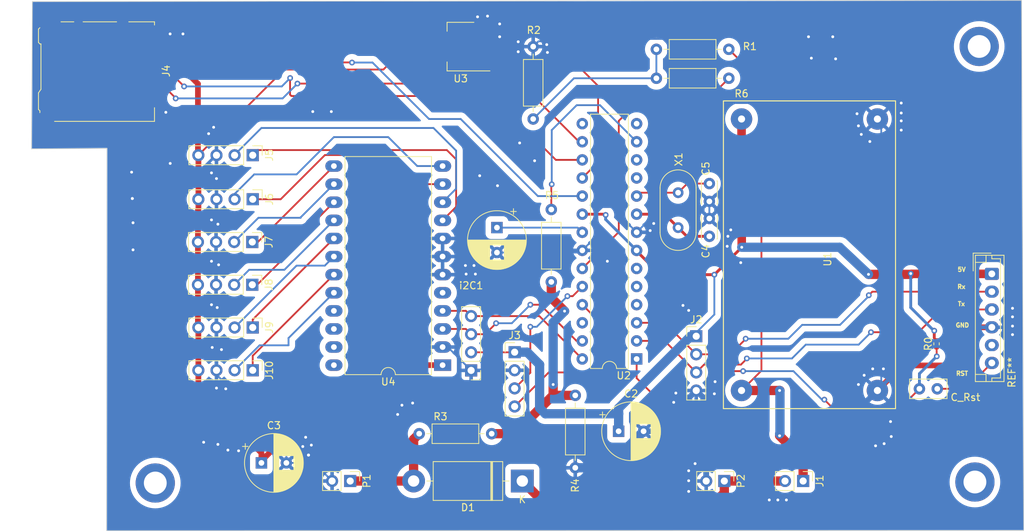
<source format=kicad_pcb>
(kicad_pcb (version 20240108) (generator "pcbnew") (generator_version "8.0")
  (layers (0 "F.Cu" signal) (31 "B.Cu" signal) (34 "B.Paste" user) (35 "F.Paste" user) (36 "B.SilkS" user "B.Silkscreen") (37 "F.SilkS" user "F.Silkscreen") (38 "B.Mask" user) (39 "F.Mask" user) (44 "Edge.Cuts" user))
  (net 0 "")
  (net 1 "GND")
  (net 2 "+5V")
  (net 3 "Net-(U2-AREF)")
  (net 4 "Net-(U2-XTAL1{slash}PB6)")
  (net 5 "Net-(U2-XTAL2{slash}PB7)")
  (net 6 "Net-(D1-A)")
  (net 7 "Net-(D1-K)")
  (net 8 "Net-(U2-PC4)")
  (net 9 "Net-(U2-PC5)")
  (net 10 "Net-(J1-Pin_1)")
  (net 11 "Net-(J2-Pin_2)")
  (net 12 "Net-(J2-Pin_3)")
  (net 13 "Net-(J3-Pin_3)")
  (net 14 "Net-(J3-Pin_4)")
  (net 16 "/CS")
  (net 17 "/MOSI")
  (net 18 "/SCLK")
  (net 19 "/MISO")
  (net 22 "Net-(J5-Pin_1)")
  (net 23 "Net-(J5-Pin_2)")
  (net 24 "Net-(J6-Pin_1)")
  (net 25 "Net-(J6-Pin_2)")
  (net 26 "Net-(J7-Pin_1)")
  (net 27 "Net-(J7-Pin_2)")
  (net 28 "Net-(J8-Pin_1)")
  (net 29 "Net-(J8-Pin_2)")
  (net 30 "Net-(J9-Pin_1)")
  (net 31 "Net-(J9-Pin_2)")
  (net 32 "Net-(J10-Pin_1)")
  (net 33 "Net-(J10-Pin_2)")
  (net 34 "Net-(U2-PD7)")
  (net 35 "Net-(U2-PC0)")
  (net 37 "Net-(R1-Pad2)")
  (net 38 "Net-(R3-Pad1)")
  (net 44 "3v3")
  (net 53 "RST")
  (net 54 "CRst_1")
  (footprint "Package_TO_SOT_SMD:SOT-223-3_TabPin2" (layer "F.Cu") (at 142.24 68.58 180)
    (property "Reference" "U3")
    (property "Value" "AMS1117-3.3")
  )
  (footprint "Resistor_THT:R_Axial_DIN0207_L6.3mm_D2.5mm_P10.16mm_Horizontal" (layer "F.Cu") (at 154.94 101.6 90)
    (property "Reference" "R5")
    (property "Value" "100")
  )
  (footprint "Connector_PinHeader_2.54mm:PinHeader_1x02_P2.54mm_Vertical" (layer "F.Cu") (at 179.197 129.54 -90)
    (property "Reference" "P2")
    (property "Value" "BATT")
  )
  (footprint "Resistor_THT:R_Axial_DIN0207_L6.3mm_D2.5mm_P10.16mm_Horizontal" (layer "F.Cu") (at 158.3 117.52 -90)
    (property "Reference" "R4")
    (property "Value" "22K")
  )
  (footprint "Connector_PinHeader_2.54mm:PinHeader_1x04_P2.54mm_Vertical" (layer "F.Cu") (at 149.8 111.46)
    (property "Reference" "J3")
    (property "Value" "AUX")
  )
  (footprint "Resistor_THT:R_Axial_DIN0207_L6.3mm_D2.5mm_P10.16mm_Horizontal" (layer "F.Cu") (at 179.832 68.961 180)
    (property "Reference" "R1")
    (property "Value" "10K")
  )
  (footprint "Connector_PinHeader_2.54mm:PinHeader_1x02_P2.54mm_Vertical" (layer "F.Cu") (at 190.246 129.54 -90)
    (property "Reference" "J1")
    (property "Value" "SWITCH")
  )
  (footprint "Capacitor_THT:C_Disc_D5.0mm_W2.5mm_P2.50mm" (layer "F.Cu") (at 206.55 116.6)
    (property "Reference" "C_Rst")
    (property "Value" "0.1uF/10V")
  )
  (footprint "Connector_PinHeader_2.54mm:PinHeader_1x04_P2.54mm_Vertical" (layer "F.Cu") (at 113.02 96 -90)
    (property "Reference" "J7")
    (property "Value" "T5")
  )
  (footprint "Connector_PinHeader_2.54mm:PinHeader_1x04_P2.54mm_Vertical" (layer "F.Cu") (at 113.08 108 -90)
    (property "Reference" "J9")
    (property "Value" "T7")
  )
  (footprint "eec:DC-DC" (layer "F.Cu") (at 191.77 99.06 90)
    (property "Reference" "U1")
    (property "Value" "DC-DC")
  )
  (footprint "Package_DIP:DIP-24_W15.24mm_LongPads" (layer "F.Cu") (at 139.7 113.281 180)
    (property "Reference" "U4")
    (property "Value" "TCA9548APWR")
  )
  (footprint "Package_DIP:DIP-28_W7.62mm" (layer "F.Cu") (at 166.904 112.416 180)
    (property "Reference" "U2")
    (property "Value" "ATmega328P-P")
  )
  (footprint "" (layer "F.Cu") (at 99.42 129.82)
    (property "Reference" "")
    (property "Value" "")
  )
  (footprint "Resistor_SMD:R_0402_1005Metric" (layer "F.Cu") (at 208.95 110.29 90)
    (property "Reference" "R0")
    (property "Value" "10k")
  )
  (footprint "Capacitor_THT:CP_Radial_D8.0mm_P3.50mm" (layer "F.Cu") (at 147.32 93.98 -90)
    (property "Reference" "C1" (hide yes))
    (property "Value" "100uF/10V")
  )
  (footprint "Connector_PinHeader_2.54mm:PinHeader_1x04_P2.54mm_Vertical" (layer "F.Cu") (at 175.26 109.22)
    (property "Reference" "J2")
    (property "Value" "RS232")
  )
  (footprint "Connector_PinHeader_2.54mm:PinHeader_1x02_P2.54mm_Vertical" (layer "F.Cu") (at 126.746 129.54 -90)
    (property "Reference" "P1")
    (property "Value" "DC IN")
  )
  (footprint "Connector_PinHeader_2.54mm:PinHeader_1x04_P2.54mm_Vertical" (layer "F.Cu") (at 113.08 83.82 -90)
    (property "Reference" "J5")
    (property "Value" "T3")
  )
  (footprint "Diode_THT:D_DO-201AD_P15.24mm_Horizontal" (layer "F.Cu") (at 150.876 129.54 180)
    (property "Reference" "D1")
    (property "Value" "1N5401")
  )
  (footprint "Connector_PinHeader_2.54mm:PinHeader_1x04_P2.54mm_Vertical" (layer "F.Cu") (at 113.08 114 -90)
    (property "Reference" "J10")
    (property "Value" "T8")
  )
  (footprint "Connector_PinHeader_2.54mm:PinHeader_1x04_P2.54mm_Vertical" (layer "F.Cu") (at 113.02 102 -90)
    (property "Reference" "J8")
    (property "Value" "T6")
  )
  (footprint "MountingHole:MountingHole_3.2mm_M3_ISO14580_Pad" (layer "F.Cu") (at 214.33 129.68)
    (property "Reference" "REF**" (hide yes))
    (property "Value" "MountingHole_3.2mm_M3_ISO14580_Pad")
  )
  (footprint "Resistor_THT:R_Axial_DIN0207_L6.3mm_D2.5mm_P10.16mm_Horizontal" (layer "F.Cu") (at 152.4 78.74 90)
    (property "Reference" "R2")
    (property "Value" "4K7")
  )
  (footprint "Resistor_THT:R_Axial_DIN0207_L6.3mm_D2.5mm_P10.16mm_Horizontal" (layer "F.Cu") (at 179.832 73.025 180)
    (property "Reference" "R6")
    (property "Value" "100")
  )
  (footprint "Capacitor_THT:CP_Radial_D8.0mm_P3.50mm" (layer "F.Cu") (at 114.3 127)
    (property "Reference" "C3")
    (property "Value" "100uF/10V")
  )
  (footprint "Capacitor_THT:C_Disc_D3.0mm_W2.0mm_P2.50mm" (layer "F.Cu") (at 177.1 87.8 -90)
    (property "Reference" "C5")
    (property "Value" "22p")
  )
  (footprint "Capacitor_THT:C_Disc_D3.0mm_W2.0mm_P2.50mm" (layer "F.Cu") (at 177.1 95.2 90)
    (property "Reference" "C4")
    (property "Value" "22p")
  )
  (footprint "Connector_Card:microSD_HC_Hirose_DM3AT-SF-PEJM5" (layer "F.Cu") (at 91.425 72.075 -90)
    (property "Reference" "J4")
    (property "Value" "Micro_SD_Card")
  )
  (footprint "Crystal:Crystal_HC18-U_Vertical" (layer "F.Cu") (at 172.72 93.98 90)
    (property "Reference" "X1")
    (property "Value" "Crystal")
  )
  (footprint "Connector_PinHeader_2.54mm:PinHeader_1x04_P2.54mm_Vertical" (layer "F.Cu") (at 143.7 114.02 180)
    (property "Reference" "i2C1")
    (property "Value" "J2")
  )
  (footprint "Connector_PinHeader_2.54mm:PinHeader_1x04_P2.54mm_Vertical" (layer "F.Cu") (at 113.08 90 -90)
    (property "Reference" "J6")
    (property "Value" "T4")
  )
  (footprint "Capacitor_THT:CP_Radial_D8.0mm_P3.50mm" (layer "F.Cu") (at 164.378 122.555)
    (property "Reference" "C2")
    (property "Value" "100uf/10V")
  )
  (footprint "Resistor_THT:R_Axial_DIN0207_L6.3mm_D2.5mm_P10.16mm_Horizontal" (layer "F.Cu") (at 146.58 122.9 180)
    (property "Reference" "R3")
    (property "Value" "33K")
  )
  (footprint "Connector_JST:JST_EH_B6B-EH-A_1x06_P2.50mm_Vertical" (layer "F.Cu") (at 216.7 100.47 -90)
    (property "Reference" "REF**")
    (property "Value" "JST_EH_B6B-EH-A_1x06_P2.50mm_Vertical" (hide yes))
  )
  (footprint "" (layer "F.Cu") (at 214.93 68.56)
    (property "Reference" "")
    (property "Value" "")
  )
  (gr_line (start 92.5925 136.51) (end 221.175 136.47) (stroke (width 0.1)) (layer "Edge.Cuts"))
  (gr_line (start 82.19 62.25) (end 82.07 82.93) (stroke (width 0.1)) (layer "Edge.Cuts"))
  (gr_line (start 92.6475 82.85) (end 92.5925 136.51) (stroke (width 0.1)) (layer "Edge.Cuts"))
  (gr_line (start 82.07 82.93) (end 92.6475 82.85) (stroke (width 0.1)) (layer "Edge.Cuts"))
  (gr_line (start 220.87 62.09) (end 82.19 62.25) (stroke (width 0.1)) (layer "Edge.Cuts"))
  (gr_line (start 221.175 136.47) (end 220.87 62.09) (stroke (width 0.1)) (layer "Edge.Cuts"))
  (gr_text "RST\n" (at 211.62 114.8 0) (layer "F.SilkS") (effects (font (size 0.6 0.6) (thickness 0.15) (bold yes)) (justify left bottom)))
  (gr_text "Tx" (at 211.86 105.04 0) (layer "F.SilkS") (effects (font (size 0.6 0.6) (thickness 0.15) (bold yes)) (justify left bottom)))
  (gr_text "GND\n" (at 211.56 108.03 0) (layer "F.SilkS") (effects (font (size 0.6 0.6) (thickness 0.15) (bold yes)) (justify left bottom)))
  (gr_text "5V\n" (at 211.83 100.21 0) (layer "F.SilkS") (effects (font (size 0.6 0.6)) (justify left bottom)))
  (gr_text "Rx" (at 211.79 102.63 0) (layer "F.SilkS") (effects (font (size 0.6 0.6)) (justify left bottom)))
  (segment (start 140.261 97.48) (end 139.7 98.041) (width 0.25) (layer "F.Cu") (net 1))
  (segment (start 100.85 81.05) (end 97.2 77.4) (width 0.4) (layer "F.Cu") (net 1))
  (segment (start 212.8 113.32) (end 212.8 108.84) (width 0.8) (layer "F.Cu") (net 1))
  (segment (start 213.67 107.97) (end 216.7 107.97) (width 0.8) (layer "F.Cu") (net 1))
  (segment (start 97.2 77.4) (end 97.2 70.25) (width 0.4) (layer "F.Cu") (net 1))
  (segment (start 200.66 116.84) (end 204.18 113.32) (width 0.8) (layer "F.Cu") (net 1))
  (segment (start 98.55 69.35) (end 99.15 69.35) (width 0.25) (layer "F.Cu") (net 1))
  (segment (start 158.98 97.48) (end 159.284 97.176) (width 0.25) (layer "F.Cu") (net 1))
  (segment (start 147.94 68.58) (end 152.4 68.58) (width 0.25) (layer "F.Cu") (net 1))
  (segment (start 98.1 69.35) (end 98.55 69.35) (width 0.4) (layer "F.Cu") (net 1))
  (segment (start 212.8 108.84) (end 213.67 107.97) (width 0.8) (layer "F.Cu") (net 1))
  (segment (start 145.39 70.88) (end 145.64 70.88) (width 0.25) (layer "F.Cu") (net 1))
  (segment (start 145.64 70.88) (end 147.94 68.58) (width 0.25) (layer "F.Cu") (net 1))
  (segment (start 101.511331 84.97271) (end 100.85 84.311379) (width 0.4) (layer "F.Cu") (net 1))
  (segment (start 97.2 70.25) (end 98.1 69.35) (width 0.4) (layer "F.Cu") (net 1))
  (segment (start 108.01 83.89) (end 107.94 83.82) (width 0.25) (layer "F.Cu") (net 1))
  (segment (start 100.85 84.311379) (end 100.85 81.05) (width 0.4) (layer "F.Cu") (net 1))
  (segment (start 204.18 113.32) (end 212.8 113.32) (width 0.8) (layer "F.Cu") (net 1))
  (via (at 219.6 109) (size 0.8) (drill 0.4) (layers "F.Cu" "B.Cu") (net 1))
  (via (at 154.3 68.3) (size 0.8) (drill 0.4) (layers "F.Cu" "B.Cu") (net 1))
  (via (at 144.6 64.4) (size 0.8) (drill 0.4) (layers "F.Cu" "B.Cu") (net 1))
  (via (at 219.6 106.5) (size 0.8) (drill 0.4) (layers "F.Cu" "B.Cu") (net 1))
  (via (at 120.9 125.9) (size 0.8) (drill 0.4) (layers "F.Cu" "B.Cu") (net 1))
  (via (at 147.4 88.1) (size 0.8) (drill 0.4) (layers "F.Cu" "B.Cu") (net 1))
  (via (at 96.3 97.1) (size 0.8) (drill 0.4) (layers "F.Cu" "B.Cu") (net 1))
  (via (at 100.9 77.8) (size 0.8) (drill 0.4) (layers "F.Cu" "B.Cu") (net 1))
  (via (at 144.9 86.7) (size 0.8) (drill 0.4) (layers "F.Cu" "B.Cu") (net 1))
  (via (at 174.2 105.6) (size 0.8) (drill 0.4) (layers "F.Cu" "B.Cu") (net 1))
  (via (at 219.6 107.8) (size 0.8) (drill 0.4) (layers "F.Cu" "B.Cu") (net 1))
  (via (at 133.4 120.2) (size 0.8) (drill 0.4) (layers "F.Cu" "B.Cu") (net 1))
  (via (at 146 64.3) (size 0.8) (drill 0.4) (layers "F.Cu" "B.Cu") (net 1))
  (via (at 101.511331 84.97271) (size 0.8) (drill 0.4) (layers "F.Cu" "B.Cu") (net 1))
  (via (at 108.2 93.5) (size 0.8) (drill 0.4) (layers "F.Cu" "B.Cu") (net 1))
  (via (at 198 116) (size 0.8) (drill 0.4) (layers "F.Cu" "B.Cu") (net 1))
  (via (at 169.3 93.4) (size 0.8) (drill 0.4) (layers "F.Cu" "B.Cu") (net 1))
  (via (at 154.4 69.4) (size 0.8) (drill 0.4) (layers "F.Cu" "B.Cu") (net 1))
  (via (at 107.3 86.3) (size 0.8) (drill 0.4) (layers "F.Cu" "B.Cu") (net 1))
  (via (at 201.5 113.8) (size 0.8) (drill 0.4) (layers "F.Cu" "B.Cu") (net 1))
  (via (at 121.3 124.5) (size 0.8) (drill 0.4) (layers "F.Cu" "B.Cu") (net 1))
  (via (at 172.1 118.5) (size 0.8) (drill 0.4) (layers "F.Cu" "B.Cu") (net 1))
  (via (at 191 67.2) (size 0.8) (drill 0.4) (layers "F.Cu" "B.Cu") (net 1))
  (via (at 173.4 104.9) (size 0.8) (drill 0.4) (layers "F.Cu" "B.Cu") (net 1))
  (via (at 162.8 98.7) (size 0.8) (drill 0.4) (layers "F.Cu" "B.Cu") (net 1))
  (via (at 174.2 128.1) (size 0.8) (drill 0.4) (layers "F.Cu" "B.Cu") (net 1))
  (via (at 142.9 99.3) (size 0.8) (drill 0.4) (layers "F.Cu" "B.Cu") (net 1))
  (via (at 201.6 124.3) (size 0.8) (drill 0.4) (layers "F.Cu" "B.Cu") (net 1))
  (via (at 174.2 131) (size 0.8) (drill 0.4) (layers "F.Cu" "B.Cu") (net 1))
  (via (at 179.7 95.2) (size 0.8) (drill 0.4) (layers "F.Cu" "B.Cu") (net 1))
  (via (at 108 87.1) (size 0.8) (drill 0.4) (layers "F.Cu" "B.Cu") (net 1))
  (via (at 199.6 81.9) (size 0.8) (drill 0.4) (layers "F.Cu" "B.Cu") (net 1))
  (via (at 120.1 124.7) (size 0.8) (drill 0.4) (layers "F.Cu" "B.Cu") (net 1))
  (via (at 202.5 121.2) (size 0.8) (drill 0.4) (layers "F.Cu" "B.Cu") (net 1))
  (via (at 150.3 69.3) (size 0.8) (drill 0.4) (layers "F.Cu" "B.Cu") (net 1))
  (via (at 174.2 129.5) (size 0.8) (drill 0.4) (layers "F.Cu" "B.Cu") (net 1))
  (via (at 134 118.9) (size 0.8) (drill 0.4) (layers "F.Cu" "B.Cu") (net 1))
  (via (at 175.1 127.1) (size 0.8) (drill 0.4) (layers "F.Cu" "B.Cu") (net 1))
  (via (at 147.7 67.2) (size 0.8) (drill 0.4) (layers "F.Cu" "B.Cu") (net 1))
  (via (at 108.7 111.1) (size 0.8) (drill 0.4) (layers "F.Cu" "B.Cu") (net 1))
  (via (at 179.6 96.6) (size 0.8) (drill 0.4) (layers "F.Cu" "B.Cu") (net 1))
  (via (at 108.1 105.2) (size 0.8) (drill 0.4) (layers "F.Cu" "B.Cu") (net 1))
  (via (at 168.8 94.4) (size 0.8) (drill 0.4) (layers "F.Cu" "B.Cu") (net 1))
  (via (at 135.5 118.6) (size 0.8) (drill 0.4) (layers "F.Cu" "B.Cu") (net 1))
  (via (at 106.2 124.1) (size 0.8) (drill 0.4) (layers "F.Cu" "B.Cu") (net 1))
  (via (at 200.4 124.6) (size 0.8) (drill 0.4) (layers "F.Cu" "B.Cu") (net 1))
  (via (at 194.8 70.3) (size 0.8) (drill 0.4) (layers "F.Cu" "B.Cu") (net 1))
  (via (at 109.6 125.2) (size 0.8) (drill 0.4) (layers "F.Cu" "B.Cu") (net 1))
  (via (at 121.5 77.7) (size 0.8) (drill 0.4) (layers "F.Cu" "B.Cu") (net 1))
  (via (at 120.5 123.4) (size 0.8) (drill 0.4) (layers "F.Cu" "B.Cu") (net 1))
  (via (at 198.4 80.9) (size 0.8) (drill 0.4) (layers "F.Cu" "B.Cu") (net 1))
  (via (at 107.3 98.7) (size 0.8) (drill 0.4) (layers "F.Cu" "B.Cu") (net 1))
  (via (at 187.9 132.2) (size 0.8) (drill 0.4) (layers "F.Cu" "B.Cu") (net 1))
  (via (at 96.2 89.9) (size 0.8) (drill 0.4) (layers "F.Cu" "B.Cu") (net 1))
  (via (at 150.5 82.1) (size 0.8) (drill 0.4) (layers "F.Cu" "B.Cu") (net 1))
  (via (at 108 116.5) (size 0.8) (drill 0.4) (layers "F.Cu" "B.Cu") (net 1))
  (via (at 204 77.9) (size 0.8) (drill 0.4) (layers "F.Cu" "B.Cu") (net 1))
  (via (at 96.1 86.2) (size 0.8) (drill 0.4) (layers "F.Cu" "B.Cu") (net 1))
  (via (at 191.4 70.2) (size 0.8) (drill 0.4) (layers "F.Cu" "B.Cu") (net 1))
  (via (at 177.9 115.6) (size 0.8) (drill 0.4) (layers "F.Cu" "B.Cu") (net 1))
  (via (at 204 80.3) (size 0.8) (drill 0.4) (layers "F.Cu" "B.Cu") (net 1))
  (via (at 197.8 78) (size 0.8) (drill 0.4) (layers "F.Cu" "B.Cu") (net 1))
  (via (at 185.5 132.2) (size 0.8) (drill 0.4) (layers "F.Cu" "B.Cu") (net 1))
  (via (at 103.3 66.8) (size 0.8) (drill 0.4) (layers "F.Cu" "B.Cu") (net 1))
  (via (at 144.1 99.3) (size 0.8) (drill 0.4) (layers "F.Cu" "B.Cu") (net 1))
  (via (at 200 113.8) (size 0.8) (drill 0.4) (layers "F.Cu" "B.Cu") (net 1))
  (via (at 107.3 104.8) (size 0.8) (drill 0.4) (layers "F.Cu" "B.Cu") (net 1))
  (via (at 204 76.5) (size 0.8) (drill 0.4) (layers "F.Cu" "B.Cu") (net 1))
  (via (at 96.2 89.9) (size 0.8) (drill 0.4) (layers "F.Cu" "B.Cu") (net 1))
  (via (at 177.8 117.3) (size 0.8) (drill 0.4) (layers "F.Cu" "B.Cu") (net 1))
  (via (at 96.3 93.3) (size 0.8) (drill 0.4) (layers "F.Cu" "B.Cu") (net 1))
  (via (at 219.6 105.3) (size 0.8) (drill 0.4) (layers "F.Cu" "B.Cu") (net 1))
  (via (at 180.1 94.3) (size 0.8) (drill 0.4) (layers "F.Cu" "B.Cu") (net 1))
  (via (at 111.1 125.3) (size 0.8) (drill 0.4) (layers "F.Cu" "B.Cu") (net 1))
  (via (at 202.6 123.3) (size 0.8) (drill 0.4) (layers "F.Cu" "B.Cu") (net 1))
  (via (at 143 100.5) (size 0.8) (drill 0.4) (layers "F.Cu" "B.Cu") (net 1))
  (via (at 101.5 66.8) (size 0.8) (drill 0.4) (layers "F.Cu" "B.Cu") (net 1))
  (via (at 172.4 117.2) (size 0.8) (drill 0.4) (layers "F.Cu" "B.Cu") (net 1))
  (via (at 124.1 77.7) (size 0.8) (drill 0.4) (layers "F.Cu" "B.Cu") (net 1))
  (via (at 181.5 98.9) (size 0.8) (drill 0.4) (layers "F.Cu" "B.Cu") (net 1))
  (via (at 109.3 116.6) (size 0.8) (drill 0.4) (layers "F.Cu" "B.Cu") (net 1))
  (via (at 204 79) (size 0.8) (drill 0.4) (layers "F.Cu" "B.Cu") (net 1))
  (via (at 198.8 114.7) (size 0.8) (drill 0.4) (layers "F.Cu" "B.Cu") (net 1))
  (via (at 186.7 132.2) (size 0.8) (drill 0.4) (layers "F.Cu" "B.Cu") (net 1))
  (via (at 107.6 79.9) (size 0.8) (drill 0.4) (layers "F.Cu" "B.Cu") (net 1))
  (via (at 150.3 67.9) (size 0.8) (drill 0.4) (layers "F.Cu" "B.Cu") (net 1))
  (via (at 144.3 100.5) (size 0.8) (drill 0.4) (layers "F.Cu" "B.Cu") (net 1))
  (via (at 120.9 125.9) (size 0.8) (drill 0.4) (layers "F.Cu" "B.Cu") (net 1))
  (via (at 108.2 124.4) (size 0.8) (drill 0.4) (layers "F.Cu" "B.Cu") (net 1))
  (via (at 198 79.7) (size 0.8) (drill 0.4) (layers "F.Cu" "B.Cu") (net 1))
  (via (at 194.4 67.2) (size 0.8) (drill 0.4) (layers "F.Cu" "B.Cu") (net 1))
  (via (at 106.9 80.8) (size 0.8) (drill 0.4) (layers "F.Cu" "B.Cu") (net 1))
  (via (at 107.4 110.8) (size 0.8) (drill 0.4) (layers "F.Cu" "B.Cu") (net 1))
  (via (at 107.3 92.9) (size 0.8) (drill 0.4) (layers "F.Cu" "B.Cu") (net 1))
  (via (at 147.7 65.4) (size 0.8) (drill 0.4) (layers "F.Cu" "B.Cu") (net 1))
  (via (at 108.3 99.2) (size 0.8) (drill 0.4) (layers "F.Cu" "B.Cu") (net 1))
  (via (at 152.6 84.6) (size 0.8) (drill 0.4) (layers "F.Cu" "B.Cu") (net 1))
  (segment (start 107.87 111.27) (end 107.87 114.474) (width 0.25) (layer "B.Cu") (net 1))
  (segment (start 102.138621 85.6) (end 106.16 85.6) (width 0.4) (layer "B.Cu") (net 1))
  (segment (start 168.7 92.84) (end 168.7 80.22) (width 0.25) (layer "B.Cu") (net 1))
  (segment (start 108.01 91.44) (end 108.01 87.689) (width 0.25) (layer "B.Cu") (net 1))
  (segment (start 176.657 129.54) (end 176.657 127.743) (width 0.8) (layer "B.Cu") (net 1))
  (segment (start 107.87 105.43) (end 107.87 110.33) (width 0.25) (layer "B.Cu") (net 1))
  (segment (start 166.904 94.636) (end 168.7 92.84) (width 0.25) (layer "B.Cu") (net 1))
  (segment (start 176.657 127.743) (end 179.419 124.981) (width 0.8) (layer "B.Cu") (net 1))
  (segment (start 107.94 101.6) (end 107.87 101.67) (width 0.25) (layer "B.Cu") (net 1))
  (segment (start 158.98 97.48) (end 159.284 97.176) (width 0.25) (layer "B.Cu") (net 1))
  (segment (start 121.666 127) (end 124.206 129.54) (width 0.25) (layer "B.Cu") (net 1))
  (segment (start 107.94 83.82) (end 108.01 83.89) (width 0.25) (layer "B.Cu") (net 1))
  (segment (start 101.538621 85) (end 102.138621 85.6) (width 0.4) (layer "B.Cu") (net 1))
  (segment (start 139.7 98.041) (end 139.7 95.501) (width 0.25) (layer "B.Cu") (net 1))
  (segment (start 162.753 127.68) (end 167.878 122.555) (width 1.3) (layer "B.Cu") (net 1))
  (segment (start 107.94 98.84) (end 107.94 96.52) (width 0.25) (layer "B.Cu") (net 1))
  (segment (start 162.1 91.1) (end 163.4 91.1) (width 0.25) (layer "B.Cu") (net 1))
  (segment (start 170.18 78.74) (end 172.42 76.5) (width 0.25) (layer "B.Cu") (net 1))
  (segment (start 163.4 91.1) (end 163.4 91.132) (width 0.25) (layer "B.Cu") (net 1))
  (segment (start 171.3 77.62) (end 170.18 78.74) (width 0.25) (layer "B.Cu") (net 1))
  (segment (start 147.32 97.48) (end 158.98 97.48) (width 0.25) (layer "B.Cu") (net 1))
  (segment (start 192.519 124.981) (end 200.66 116.84) (width 0.8) (layer "B.Cu") (net 1))
  (segment (start 108.01 87.11) (end 108 87.1) (width 0.25) (layer "B.Cu") (net 1))
  (segment (start 108.01 87.689) (end 108.01 87.11) (width 0.25) (layer "B.Cu") (net 1))
  (segment (start 169.545 122.555) (end 175.26 116.84) (width 0.8) (layer "B.Cu") (net 1))
  (segment (start 107.94 101.6) (end 107.94 99.56) (width 0.25) (layer "B.Cu") (net 1))
  (segment (start 171.3 68.2) (end 171.3 77.62) (width 0.25) (layer "B.Cu") (net 1))
  (segment (start 176.657 118.237) (end 176.657 129.54) (width 0.8) (layer "B.Cu") (net 1))
  (segment (start 152.4 68.58) (end 153.144 67.836) (width 0.25) (layer "B.Cu") (net 1))
  (segment (start 201.2 116.3) (end 200.66 116.84) (width 0.25) (layer "B.Cu") (net 1))
  (segment (start 163.4 91.132) (end 166.904 94.636) (width 0.25) (layer "B.Cu") (net 1))
  (segment (start 167.878 122.555) (end 169.545 122.555) (width 0.8) (layer "B.Cu") (net 1))
  (segment (start 198.42 76.5) (end 200.66 78.74) (width 0.25) (layer "B.Cu") (net 1))
  (segment (start 152.4 68.58) (end 151.78 68.58) (width 0.25) (layer "B.Cu") (net 1))
  (segment (start 154.3 68.3) (end 155.1 67.5) (width 0.25) (layer "B.Cu") (net 1))
  (segment (start 140.421 110.741) (end 143.7 114.02) (width 0.25) (layer "B.Cu") (net 1))
  (segment (start 172.42 76.5) (end 198.42 76.5) (width 0.25) (layer "B.Cu") (net 1))
  (segment (start 101.511331 84.97271) (end 101.538621 85) (width 0.25) (layer "B.Cu") (net 1))
  (segment (start 107.87 110.33) (end 107.4 110.8) (width 0.25) (layer "B.Cu") (net 1))
  (segment (start 153.144 67.836) (end 153.836 67.836) (width 0.25) (layer "B.Cu") (net 1))
  (segment (start 107.94 93.24) (end 107.94 91.51) (width 0.25) (layer "B.Cu") (net 1))
  (segment (start 108.1 105.2) (end 107.87 105.43) (width 0.25) (layer "B.Cu") (net 1))
  (segment (start 177.1 90.3) (end 177.1 92.7) (width 0.25) (layer "B.Cu") (net 1))
  (segment (start 109.3 116.6) (end 109.996 116.6) (width 0.25) (layer "B.Cu") (net 1))
  (segment (start 107.4 110.8) (end 107.87 111.27) (width 0.25) (layer "B.Cu") (net 1))
  (segment (start 108.3 99.2) (end 107.94 98.84) (width 0.25) (layer "B.Cu") (net 1))
  (segment (start 108.01 87.09) (end 108 87.1) (width 0.25) (layer "B.Cu") (net 1))
  (segment (start 161.4 91.8) (end 162.1 91.1) (width 0.25) (layer "B.Cu") (net 1))
  (segment (start 175.26 116.84) (end 176.657 118.237) (width 0.8) (layer "B.Cu") (net 1))
  (segment (start 201.2 79.28) (end 201.2 116.3) (width 0.25) (layer "B.Cu") (net 1))
  (segment (start 168.7 80.22) (end 170.18 78.74) (width 0.25) (layer "B.Cu") (net 1))
  (segment (start 107.87 101.67) (end 107.87 104.97) (width 0.25) (layer "B.Cu") (net 1))
  (segment (start 107.94 91.51) (end 108.01 91.44) (width 0.25) (layer "B.Cu") (net 1))
  (segment (start 149.78 114.02) (end 149.8 114) (width 0.25) (layer "B.Cu") (net 1))
  (segment (start 107.94 99.56) (end 108.3 99.2) (width 0.25) (layer "B.Cu") (net 1))
  (segment (start 139.7 100.581) (end 139.7 98.041) (width 0.25) (layer "B.Cu") (net 1))
  (segment (start 117.8 127) (end 121.666 127) (width 0.25) (layer "B.Cu") (net 1))
  (segment (start 109.996 116.6) (end 117.8 124.404) (width 0.25) (layer "B.Cu") (net 1))
  (segment (start 139.7 110.741) (end 140.421 110.741) (width 0.25) (layer "B.Cu") (net 1))
  (segment (start 161.4 95.06) (end 161.4 91.8) (width 0.25) (layer "B.Cu") (net 1))
  (segment (start 159.284 97.176) (end 161.4 95.06) (width 0.25) (layer "B.Cu") (net 1))
  (segment (start 153.836 67.836) (end 154.3 68.3) (width 0.25) (layer "B.Cu") (net 1))
  (segment (start 107.94 96.52) (end 107.94 93.76) (width 0.25) (layer "B.Cu") (net 1))
  (segment (start 179.419 124.981) (end 192.519 124.981) (width 0.8) (layer "B.Cu") (net 1))
  (segment (start 143.7 114.02) (end 149.78 114.02) (width 0.25) (layer "B.Cu") (net 1))
  (segment (start 117.8 124.404) (end 117.8 127) (width 0.25) (layer "B.Cu") (net 1))
  (segment (start 108.2 93.5) (end 107.94 93.24) (width 0.25) (layer "B.Cu") (net 1))
  (segment (start 108.01 83.89) (end 108.01 87.09) (width 0.4) (layer "B.Cu") (net 1))
  (segment (start 158.3 127.68) (end 162.753 127.68) (width 1.3) (layer "B.Cu") (net 1))
  (segment (start 107.87 104.97) (end 108.1 105.2) (width 0.25) (layer "B.Cu") (net 1))
  (segment (start 145.341 95.501) (end 147.32 97.48) (width 0.25) (layer "B.Cu") (net 1))
  (segment (start 139.7 95.501) (end 145.341 95.501) (width 0.25) (layer "B.Cu") (net 1))
  (segment (start 155.1 67.5) (end 170.6 67.5) (width 0.25) (layer "B.Cu") (net 1))
  (segment (start 109.3 115.904) (end 109.3 116.6) (width 0.25) (layer "B.Cu") (net 1))
  (segment (start 107.94 93.76) (end 108.2 93.5) (width 0.25) (layer "B.Cu") (net 1))
  (segment (start 200.66 78.74) (end 201.2 79.28) (width 0.25) (layer "B.Cu") (net 1))
  (segment (start 106.16 85.6) (end 107.94 83.82) (width 0.4) (layer "B.Cu") (net 1))
  (segment (start 107.87 114.474) (end 109.3 115.904) (width 0.25) (layer "B.Cu") (net 1))
  (segment (start 170.6 67.5) (end 171.3 68.2) (width 0.25) (layer "B.Cu") (net 1))
  (segment (start 166.904 97.176) (end 166.904 97.272629) (width 0.4) (layer "F.Cu") (net 2))
  (segment (start 166.904 97.272629) (end 170.215371 100.584) (width 0.4) (layer "F.Cu") (net 2))
  (segment (start 143.7 111.48) (end 149.78 111.48) (width 0.25) (layer "F.Cu") (net 2))
  (segment (start 149.78 111.48) (end 149.8 111.46) (width 0.25) (layer "F.Cu") (net 2))
  (segment (start 208.63 109.46) (end 208.95 109.78) (width 0.25) (layer "F.Cu") (net 2))
  (segment (start 162.454 92.096) (end 159.284 92.096) (width 0.4) (layer "F.Cu") (net 2))
  (segment (start 205.33 100.55) (end 205.33 100.43) (width 0.25) (layer "F.Cu") (net 2))
  (segment (start 205.33 100.43) (end 205.45 100.43) (width 0.25) (layer "F.Cu") (net 2))
  (segment (start 181.64 96.74) (end 181.64 96.744) (width 0.25) (layer "F.Cu") (net 2))
  (segment (start 181.59 96.79) (end 181.61 96.81) (width 0.25) (layer "F.Cu") (net 2))
  (segment (start 205.41 100.47) (end 216.7 100.47) (width 1.2) (layer "F.Cu") (net 2))
  (segment (start 181.64 96.744) (end 177.8 100.584) (width 0.4) (layer "F.Cu") (net 2))
  (segment (start 205.34 100.54) (end 205.33 100.55) (width 0.25) (layer "F.Cu") (net 2))
  (segment (start 181.61 96.81) (end 181.61 96.873878) (width 0.25) (layer "F.Cu") (net 2))
  (segment (start 205.45 100.43) (end 205.41 100.47) (width 0.25) (layer "F.Cu") (net 2))
  (segment (start 162.56 92.202) (end 162.454 92.096) (width 0.25) (layer "F.Cu") (net 2))
  (segment (start 170.215371 100.584) (end 177.8 100.584) (width 0.4) (layer "F.Cu") (net 2))
  (segment (start 181.61 78.74) (end 181.64 96.74) (width 1.2) (layer "F.Cu") (net 2))
  (segment (start 181.61 96.77) (end 181.59 96.79) (width 0.25) (layer "F.Cu") (net 2))
  (segment (start 181.64 96.74) (end 181.61 96.77) (width 0.25) (layer "F.Cu") (net 2))
  (segment (start 208.63 108.45) (end 208.63 109.46) (width 0.4) (layer "F.Cu") (net 2))
  (segment (start 205.34 100.54) (end 205.46 100.54) (width 0.25) (layer "F.Cu") (net 2))
  (segment (start 199.41 100.54) (end 205.34 100.54) (width 1.3) (layer "F.Cu") (net 2))
  (via (at 181.64 96.74) (size 0.8) (drill 0.4) (layers "F.Cu" "B.Cu") (net 2))
  (via (at 208.63 108.45) (size 0.8) (drill 0.4) (layers "F.Cu" "B.Cu") (net 2))
  (via (at 205.33 100.43) (size 0.8) (drill 0.4) (layers "F.Cu" "B.Cu") (net 2))
  (via (at 162.56 92.202) (size 0.8) (drill 0.4) (layers "F.Cu" "B.Cu") (net 2))
  (via (at 177.8 100.584) (size 0.8) (drill 0.4) (layers "F.Cu" "B.Cu") (net 2))
  (via (at 199.41 100.54) (size 0.8) (drill 0.4) (layers "F.Cu" "B.Cu") (net 2))
  (segment (start 181.64 96.74) (end 195.37 96.74) (width 1.3) (layer "B.Cu") (net 2))
  (segment (start 174.48 109.22) (end 164.378 119.322) (width 1.3) (layer "B.Cu") (net 2))
  (segment (start 208.63 108.5) (end 208.53 108.4) (width 0.25) (layer "B.Cu") (net 2))
  (segment (start 164.378 119.322) (end 164.378 120.102) (width 1.3) (layer "B.Cu") (net 2))
  (segment (start 153.3 113.2) (end 153.3 119.3) (width 1.3) (layer "B.Cu") (net 2))
  (segment (start 154.102 120.102) (end 164.378 120.102) (width 1.3) (layer "B.Cu") (net 2))
  (segment (start 162.56 92.202) (end 162.56 92.832) (width 0.4) (layer "B.Cu") (net 2))
  (segment (start 164.378 120.102) (end 164.378 122.555) (width 1.3) (layer "B.Cu") (net 2))
  (segment (start 175.26 109.22) (end 174.48 109.22) (width 1.3) (layer "B.Cu") (net 2))
  (segment (start 205.33 100.43) (end 205.33 105.2) (width 0.4) (layer "B.Cu") (net 2))
  (segment (start 151.56 111.46) (end 153.3 113.2) (width 1.3) (layer "B.Cu") (net 2))
  (segment (start 177.8 100.584) (end 177.8 106.172) (width 0.25) (layer "B.Cu") (net 2))
  (segment (start 199.41 100.54) (end 199.21 100.58) (width 0.25) (layer "B.Cu") (net 2))
  (segment (start 208.58 108.45) (end 208.63 108.45) (width 0.25) (layer "B.Cu") (net 2))
  (segment (start 162.56 92.832) (end 166.904 97.176) (width 0.4) (layer "B.Cu") (net 2))
  (segment (start 153.3 119.3) (end 154.102 120.102) (width 1.3) (layer "B.Cu") (net 2))
  (segment (start 208.63 108.45) (end 208.63 108.5) (width 0.25) (layer "B.Cu") (net 2))
  (segment (start 205.33 105.2) (end 208.58 108.45) (width 0.4) (layer "B.Cu") (net 2))
  (segment (start 149.8 111.46) (end 151.56 111.46) (width 1.3) (layer "B.Cu") (net 2))
  (segment (start 195.37 96.74) (end 199.41 100.54) (width 1.3) (layer "B.Cu") (net 2))
  (segment (start 177.8 106.172) (end 175.26 108.712) (width 0.25) (layer "B.Cu") (net 2))
  (segment (start 147.32 93.98) (end 158.628 93.98) (width 0.25) (layer "B.Cu") (net 3))
  (segment (start 158.628 93.98) (end 159.284 94.636) (width 0.25) (layer "B.Cu") (net 3))
  (segment (start 166.904 92.096) (end 170.836 92.096) (width 0.4) (layer "F.Cu") (net 4))
  (segment (start 172.72 93.98) (end 173.94 95.2) (width 0.4) (layer "F.Cu") (net 4))
  (segment (start 170.836 92.096) (end 172.72 93.98) (width 0.4) (layer "F.Cu") (net 4))
  (segment (start 173.94 95.2) (end 177.1 95.2) (width 0.4) (layer "F.Cu") (net 4))
  (segment (start 174 87.8) (end 172.72 89.08) (width 0.25) (layer "F.Cu") (net 5))
  (segment (start 167.38 89.08) (end 166.904 89.556) (width 0.25) (layer "F.Cu") (net 5))
  (segment (start 172.72 89.08) (end 167.38 89.08) (width 0.25) (layer "F.Cu") (net 5))
  (segment (start 177.1 87.8) (end 174 87.8) (width 0.25) (layer "F.Cu") (net 5))
  (segment (start 135.89 129.286) (end 135.636 129.54) (width 0.25) (layer "F.Cu") (net 6))
  (segment (start 126.746 129.54) (end 135.636 129.54) (width 1.3) (layer "F.Cu") (net 6))
  (segment (start 135.636 129.54) (end 135.636 123.684) (width 1.3) (layer "F.Cu") (net 6))
  (segment (start 135.636 123.684) (end 136.42 122.9) (width 1.3) (layer "F.Cu") (net 6))
  (segment (start 179.197 129.54) (end 187.706 129.54) (width 1.3) (layer "F.Cu") (net 7))
  (segment (start 179.197 131.203) (end 177.3 133.1) (width 1.3) (layer "F.Cu") (net 7))
  (segment (start 154.436 133.1) (end 150.876 129.54) (width 1.3) (layer "F.Cu") (net 7))
  (segment (start 179.197 129.54) (end 179.197 131.203) (width 1.3) (layer "F.Cu") (net 7))
  (segment (start 177.3 133.1) (end 154.436 133.1) (width 1.3) (layer "F.Cu") (net 7))
  (segment (start 175 132.4) (end 175.1 132.3) (width 0.25) (layer "F.Cu") (net 7))
  (segment (start 153.4 104.8) (end 158.476 109.876) (width 0.25) (layer "F.Cu") (net 8))
  (segment (start 152 104.8) (end 153.4 104.8) (width 0.25) (layer "F.Cu") (net 8))
  (segment (start 158.476 109.876) (end 159.284 109.876) (width 0.25) (layer "F.Cu") (net 8))
  (segment (start 145.66 108.94) (end 147.2 107.4) (width 0.25) (layer "F.Cu") (net 8))
  (segment (start 142.961 108.201) (end 143.7 108.94) (width 0.25) (layer "F.Cu") (net 8))
  (segment (start 143.7 108.94) (end 145.66 108.94) (width 0.25) (layer "F.Cu") (net 8))
  (segment (start 139.7 108.201) (end 142.961 108.201) (width 0.25) (layer "F.Cu") (net 8))
  (via (at 147.2 107.4) (size 0.8) (drill 0.4) (layers "F.Cu" "B.Cu") (net 8))
  (via (at 152 104.8) (size 0.8) (drill 0.4) (layers "F.Cu" "B.Cu") (net 8))
  (segment (start 149.4 107.4) (end 147.2 107.4) (width 0.25) (layer "B.Cu") (net 8))
  (segment (start 152 104.8) (end 149.4 107.4) (width 0.25) (layer "B.Cu") (net 8))
  (segment (start 153.268 106.4) (end 159.284 112.416) (width 0.25) (layer "F.Cu") (net 9))
  (segment (start 142.961 105.661) (end 143.7 106.4) (width 0.25) (layer "F.Cu") (net 9))
  (segment (start 139.7 105.661) (end 142.961 105.661) (width 0.25) (layer "F.Cu") (net 9))
  (segment (start 143.7 106.4) (end 153.268 106.4) (width 0.25) (layer "F.Cu") (net 9))
  (segment (start 190.246 126.492) (end 190.246 129.54) (width 1.3) (layer "F.Cu") (net 10))
  (segment (start 186.944 116.84) (end 181.61 116.84) (width 1.3) (layer "F.Cu") (net 10))
  (segment (start 179.832 68.961) (end 184.4 73.529) (width 0.25) (layer "F.Cu") (net 10))
  (segment (start 186.944 123.19) (end 190.246 126.492) (width 1.3) (layer "F.Cu") (net 10))
  (segment (start 184.4 114.05) (end 181.61 116.84) (width 0.25) (layer "F.Cu") (net 10))
  (segment (start 184.4 73.529) (end 184.4 114.05) (width 0.25) (layer "F.Cu") (net 10))
  (segment (start 187.003878 116.84) (end 186.944 116.84) (width 1.3) (layer "F.Cu") (net 10))
  (via (at 186.944 116.84) (size 0.8) (drill 0.4) (layers "F.Cu" "B.Cu") (net 10))
  (via (at 186.944 123.19) (size 0.8) (drill 0.4) (layers "F.Cu" "B.Cu") (net 10))
  (segment (start 186.998 116.894) (end 186.998 122.882) (width 1.3) (layer "B.Cu") (net 10))
  (segment (start 186.998 122.882) (end 186.944 122.936) (width 1.3) (layer "B.Cu") (net 10))
  (segment (start 186.944 116.84) (end 186.998 116.894) (width 1.3) (layer "B.Cu") (net 10))
  (segment (start 182.19 109.61) (end 182.19 109.57) (width 0.25) (layer "F.Cu") (net 11))
  (segment (start 180.04 111.76) (end 182.19 109.61) (width 0.25) (layer "F.Cu") (net 11))
  (segment (start 182.19 109.57) (end 182.23 109.57) (width 0.25) (layer "F.Cu") (net 11))
  (segment (start 182.23 109.57) (end 182.27 109.53) (width 0.25) (layer "F.Cu") (net 11))
  (segment (start 199.95 102.97) (end 216.7 102.97) (width 0.25) (layer "F.Cu") (net 11))
  (segment (start 170.836 107.336) (end 175.26 111.76) (width 0.25) (layer "F.Cu") (net 11))
  (segment (start 166.904 107.336) (end 170.836 107.336) (width 0.25) (layer "F.Cu") (net 11))
  (segment (start 199.45 103.47) (end 199.95 102.97) (width 0.25) (layer "F.Cu") (net 11))
  (segment (start 175.26 111.76) (end 180.04 111.76) (width 0.25) (layer "F.Cu") (net 11))
  (via (at 182.19 109.57) (size 0.8) (drill 0.4) (layers "F.Cu" "B.Cu") (net 11))
  (via (at 199.45 103.47) (size 0.8) (drill 0.4) (layers "F.Cu" "B.Cu") (net 11))
  (segment (start 195.415 107.63) (end 199.42 103.625) (width 0.25) (layer "B.Cu") (net 11))
  (segment (start 190.11 107.63) (end 195.415 107.63) (width 0.25) (layer "B.Cu") (net 11))
  (segment (start 188.17 109.57) (end 190.11 107.63) (width 0.25) (layer "B.Cu") (net 11))
  (segment (start 199.42 103.625) (end 199.42 103.495) (width 0.25) (layer "B.Cu") (net 11))
  (segment (start 182.19 109.57) (end 188.17 109.57) (width 0.25) (layer "B.Cu") (net 11))
  (segment (start 199.76 108.66) (end 206.41 108.66) (width 0.25) (layer "F.Cu") (net 12))
  (segment (start 166.904 109.876) (end 170.836 109.876) (width 0.25) (layer "F.Cu") (net 12))
  (segment (start 182.35 112.34) (end 182.39 112.34) (width 0.25) (layer "F.Cu") (net 12))
  (segment (start 170.836 109.876) (end 175.26 114.3) (width 0.25) (layer "F.Cu") (net 12))
  (segment (start 175.26 114.3) (end 176.36 113.2) (width 0.25) (layer "F.Cu") (net 12))
  (segment (start 208.98 106.09) (end 208.98 106.07) (width 0.25) (layer "F.Cu") (net 12))
  (segment (start 176.36 113.2) (end 181.53 113.2) (width 0.25) (layer "F.Cu") (net 12))
  (segment (start 206.41 108.66) (end 208.98 106.09) (width 0.25) (layer "F.Cu") (net 12))
  (segment (start 181.53 113.2) (end 182.35 112.38) (width 0.25) (layer "F.Cu") (net 12))
  (segment (start 209.58 105.47) (end 216.7 105.47) (width 0.25) (layer "F.Cu") (net 12))
  (segment (start 182.39 112.34) (end 182.39 112.34) (width 0.25) (layer "F.Cu") (net 12))
  (segment (start 208.98 106.07) (end 209.58 105.47) (width 0.25) (layer "F.Cu") (net 12))
  (segment (start 182.35 112.38) (end 182.35 112.34) (width 0.25) (layer "F.Cu") (net 12))
  (via (at 199.76 108.66) (size 0.8) (drill 0.4) (layers "F.Cu" "B.Cu") (net 12))
  (via (at 182.35 112.34) (size 0.8) (drill 0.4) (layers "F.Cu" "B.Cu") (net 12))
  (segment (start 199.77 108.66) (end 199.69 108.74) (width 0.25) (layer "B.Cu") (net 12))
  (segment (start 198.03 110.4) (end 199.76 108.67) (width 0.25) (layer "B.Cu") (net 12))
  (segment (start 199.76 108.66) (end 199.77 108.66) (width 0.25) (layer "B.Cu") (net 12))
  (segment (start 199.76 108.67) (end 199.76 108.66) (width 0.25) (layer "B.Cu") (net 12))
  (segment (start 190.62 110.4) (end 198.03 110.4) (width 0.25) (layer "B.Cu") (net 12))
  (segment (start 188.68 112.34) (end 190.62 110.4) (width 0.25) (layer "B.Cu") (net 12))
  (segment (start 182.35 112.34) (end 188.68 112.34) (width 0.25) (layer "B.Cu") (net 12))
  (segment (start 157.2 103.6) (end 157.94 103.6) (width 0.25) (layer "F.Cu") (net 13))
  (segment (start 157.94 103.6) (end 159.284 102.256) (width 0.25) (layer "F.Cu") (net 13))
  (segment (start 152 114.34) (end 149.8 116.54) (width 0.25) (layer "F.Cu") (net 13))
  (segment (start 152 107.9) (end 152 114.34) (width 0.25) (layer "F.Cu") (net 13))
  (via (at 157.2 103.6) (size 0.8) (drill 0.4) (layers "F.Cu" "B.Cu") (net 13))
  (via (at 152 107.9) (size 0.8) (drill 0.4) (layers "F.Cu" "B.Cu") (net 13))
  (segment (start 152.9 107.9) (end 157.2 103.6) (width 0.25) (layer "B.Cu") (net 13))
  (segment (start 152 107.9) (end 152.9 107.9) (width 0.25) (layer "B.Cu") (net 13))
  (segment (start 161.1 106.612) (end 159.284 104.796) (width 0.25) (layer "F.Cu") (net 14))
  (segment (start 154.58 114.3) (end 160.1 114.3) (width 0.25) (layer "F.Cu") (net 14))
  (segment (start 149.8 119.08) (end 154.58 114.3) (width 0.25) (layer "F.Cu") (net 14))
  (segment (start 161.1 113.3) (end 161.1 106.612) (width 0.25) (layer "F.Cu") (net 14))
  (segment (start 160.1 114.3) (end 161.1 113.3) (width 0.25) (layer "F.Cu") (net 14))
  (segment (start 159.284 81.936) (end 158.836 81.936) (width 0.25) (layer "F.Cu") (net 16))
  (segment (start 158.836 81.936) (end 150.67 73.77) (width 0.25) (layer "F.Cu") (net 16))
  (segment (start 119.32 73.74) (end 119.24 73.74) (width 0.25) (layer "F.Cu") (net 16))
  (segment (start 100.22 73.75) (end 102.28 75.81) (width 0.25) (layer "F.Cu") (net 16))
  (segment (start 102.32 75.85) (end 102.38 75.91) (width 0.25) (layer "F.Cu") (net 16))
  (segment (start 102.28 75.81) (end 102.28 75.85) (width 0.25) (layer "F.Cu") (net 16))
  (segment (start 99.15 73.75) (end 100.22 73.75) (width 0.25) (layer "F.Cu") (net 16))
  (segment (start 119.35 73.77) (end 119.32 73.74) (width 0.25) (layer "F.Cu") (net 16))
  (segment (start 102.28 75.85) (end 102.32 75.85) (width 0.25) (layer "F.Cu") (net 16))
  (segment (start 150.67 73.77) (end 119.35 73.77) (width 0.25) (layer "F.Cu") (net 16))
  (via (at 119.35 73.77) (size 0.8) (drill 0.4) (layers "F.Cu" "B.Cu") (net 16))
  (via (at 102.28 75.85) (size 0.8) (drill 0.4) (layers "F.Cu" "B.Cu") (net 16))
  (segment (start 117.27 75.85) (end 119.35 73.77) (width 0.25) (layer "B.Cu") (net 16))
  (segment (start 102.28 75.85) (end 117.27 75.85) (width 0.25) (layer "B.Cu") (net 16))
  (segment (start 159.284 84.476) (end 155.576 84.476) (width 0.25) (layer "F.Cu") (net 17))
  (segment (start 118.315 75.32462) (end 118.315 73.005) (width 0.25) (layer "F.Cu") (net 17))
  (segment (start 103.46 74.165305) (end 103.46 74.17) (width 0.25) (layer "F.Cu") (net 17))
  (segment (start 118.50538 75.515) (end 118.315 75.32462) (width 0.25) (layer "F.Cu") (net 17))
  (segment (start 99.15 72.65) (end 101.944695 72.65) (width 0.25) (layer "F.Cu") (net 17))
  (segment (start 146.615 75.515) (end 118.50538 75.515) (width 0.25) (layer "F.Cu") (net 17))
  (segment (start 103.464695 74.17) (end 103.524695 74.23) (width 0.25) (layer "F.Cu") (net 17))
  (segment (start 155.576 84.476) (end 146.615 75.515) (width 0.25) (layer "F.Cu") (net 17))
  (segment (start 118.315 72.975) (end 118.315 72.965) (width 0.25) (layer "F.Cu") (net 17))
  (segment (start 103.524695 74.23) (end 103.54 74.23) (width 0.25) (layer "F.Cu") (net 17))
  (segment (start 118.33 72.99) (end 118.315 72.975) (width 0.25) (layer "F.Cu") (net 17))
  (segment (start 103.46 74.17) (end 103.464695 74.17) (width 0.25) (layer "F.Cu") (net 17))
  (segment (start 118.315 73.005) (end 118.33 72.99) (width 0.25) (layer "F.Cu") (net 17))
  (segment (start 101.944695 72.65) (end 103.46 74.165305) (width 0.25) (layer "F.Cu") (net 17))
  (via (at 103.46 74.17) (size 0.8) (drill 0.4) (layers "F.Cu" "B.Cu") (net 17))
  (via (at 118.33 72.99) (size 0.8) (drill 0.4) (layers "F.Cu" "B.Cu") (net 17))
  (segment (start 103.46 74.17) (end 117.15 74.17) (width 0.25) (layer "B.Cu") (net 17))
  (segment (start 117.15 74.17) (end 118.33 72.99) (width 0.25) (layer "B.Cu") (net 17))
  (segment (start 126.9845 70.8) (end 127 70.8155) (width 0.25) (layer "F.Cu") (net 18))
  (segment (start 99.2 70.5) (end 114.7 70.5) (width 0.25) (layer "F.Cu") (net 18))
  (segment (start 115 70.8) (end 126.9845 70.8) (width 0.25) (layer "F.Cu") (net 18))
  (segment (start 114.7 70.5) (end 115 70.8) (width 0.25) (layer "F.Cu") (net 18))
  (segment (start 99.15 70.45) (end 99.2 70.5) (width 0.25) (layer "F.Cu") (net 18))
  (via (at 127 70.8155) (size 0.8) (drill 0.4) (layers "F.Cu" "B.Cu") (net 18))
  (segment (start 153.056 89.556) (end 159.284 89.556) (width 0.25) (layer "B.Cu") (net 18))
  (segment (start 127 70.8155) (end 129.871896 70.8155) (width 0.25) (layer "B.Cu") (net 18))
  (segment (start 137.796396 78.74) (end 142.24 78.74) (width 0.25) (layer "B.Cu") (net 18))
  (segment (start 129.871896 70.8155) (end 137.796396 78.74) (width 0.25) (layer "B.Cu") (net 18))
  (segment (start 142.24 78.74) (end 153.056 89.556) (width 0.25) (layer "B.Cu") (net 18))
  (segment (start 161.5 74.1) (end 161.5 77.7) (width 0.25) (layer "F.Cu") (net 19))
  (segment (start 159.284 87.016) (end 161.5 84.8) (width 0.25) (layer "F.Cu") (net 19))
  (segment (start 150.775 63.375) (end 161.5 74.1) (width 0.25) (layer "F.Cu") (net 19))
  (segment (start 119.23 68.25) (end 124.105 63.375) (width 0.25) (layer "F.Cu") (net 19))
  (segment (start 99.15 68.25) (end 119.23 68.25) (width 0.25) (layer "F.Cu") (net 19))
  (segment (start 124.105 63.375) (end 150.775 63.375) (width 0.25) (layer "F.Cu") (net 19))
  (segment (start 161.5 84.8) (end 161.5 77.7) (width 0.25) (layer "F.Cu") (net 19))
  (segment (start 141.6 91.061) (end 141.6 84.4) (width 0.25) (layer "F.Cu") (net 22))
  (segment (start 141.6 84.4) (end 140.3 83.1) (width 0.25) (layer "F.Cu") (net 22))
  (segment (start 113.8 83.1) (end 113.08 83.82) (width 0.25) (layer "F.Cu") (net 22))
  (segment (start 140.3 83.1) (end 113.8 83.1) (width 0.25) (layer "F.Cu") (net 22))
  (segment (start 139.7 92.961) (end 141.6 91.061) (width 0.25) (layer "F.Cu") (net 22))
  (segment (start 141.6 88.521) (end 139.7 90.421) (width 0.25) (layer "B.Cu") (net 23))
  (segment (start 141.6 83.18) (end 141.6 88.521) (width 0.25) (layer "B.Cu") (net 23))
  (segment (start 138.42 80) (end 141.6 83.18) (width 0.25) (layer "B.Cu") (net 23))
  (segment (start 110.48 83.82) (end 114.3 80) (width 0.25) (layer "B.Cu") (net 23))
  (segment (start 114.3 80) (end 138.42 80) (width 0.25) (layer "B.Cu") (net 23))
  (segment (start 139.7 87.881) (end 130.681 87.881) (width 0.25) (layer "F.Cu") (net 24))
  (segment (start 117 90) (end 113.08 90) (width 0.25) (layer "F.Cu") (net 24))
  (segment (start 123.2 83.8) (end 117 90) (width 0.25) (layer "F.Cu") (net 24))
  (segment (start 126.6 83.8) (end 123.2 83.8) (width 0.25) (layer "F.Cu") (net 24))
  (segment (start 130.681 87.881) (end 126.6 83.8) (width 0.25) (layer "F.Cu") (net 24))
  (segment (start 113.286 86.514) (end 110.54 89.26) (width 0.25) (layer "B.Cu") (net 25))
  (segment (start 132.08 81.28) (end 124.46 81.28) (width 0.25) (layer "B.Cu") (net 25))
  (segment (start 110.54 89.26) (end 110.54 90) (width 0.25) (layer "B.Cu") (net 25))
  (segment (start 139.7 85.341) (end 136.141 85.341) (width 0.25) (layer "B.Cu") (net 25))
  (segment (start 136.141 85.341) (end 132.08 81.28) (width 0.25) (layer "B.Cu") (net 25))
  (segment (start 119.226 86.514) (end 113.286 86.514) (width 0.25) (layer "B.Cu") (net 25))
  (segment (start 124.46 81.28) (end 119.226 86.514) (width 0.25) (layer "B.Cu") (net 25))
  (segment (start 113.801 96) (end 124.46 85.341) (width 0.25) (layer "F.Cu") (net 26))
  (segment (start 113.02 96) (end 113.801 96) (width 0.25) (layer "F.Cu") (net 26))
  (segment (start 119.8 92.6) (end 119.8 92.541) (width 0.25) (layer "B.Cu") (net 27))
  (segment (start 119.8 92.541) (end 124.46 87.881) (width 0.25) (layer "B.Cu") (net 27))
  (segment (start 113.88 92.6) (end 119.8 92.6) (width 0.25) (layer "B.Cu") (net 27))
  (segment (start 110.48 96) (end 113.88 92.6) (width 0.25) (layer "B.Cu") (net 27))
  (segment (start 118.3 96.581) (end 118.5405 96.3405) (width 0.25) (layer "F.Cu") (net 28))
  (segment (start 118.3 97.4) (end 118.3 96.581) (width 0.25) (layer "F.Cu") (net 28))
  (segment (start 118.5405 96.3405) (end 124.46 90.421) (width 0.25) (layer "F.Cu") (net 28))
  (segment (start 113.02 102) (end 113.7 102) (width 0.25) (layer "F.Cu") (net 28))
  (segment (start 113.7 102) (end 118.3 97.4) (width 0.25) (layer "F.Cu") (net 28))
  (segment (start 118.361 96.52) (end 118.5405 96.3405) (width 0.25) (layer "F.Cu") (net 28))
  (segment (start 110.48 102) (end 112.58 99.9) (width 0.25) (layer "B.Cu") (net 29))
  (segment (start 112.58 99.9) (end 117.521 99.9) (width 0.25) (layer "B.Cu") (net 29))
  (segment (start 117.521 99.9) (end 124.46 92.961) (width 0.25) (layer "B.Cu") (net 29))
  (segment (start 113.08 108) (end 113.08 106.881) (width 0.25) (layer "F.Cu") (net 30))
  (segment (start 113.08 106.881) (end 124.46 95.501) (width 0.25) (layer "F.Cu") (net 30))
  (segment (start 123.187 99.314) (end 119.226 99.314) (width 0.25) (layer "B.Cu") (net 31))
  (segment (start 123.187 99.314) (end 124.46 98.041) (width 0.25) (layer "B.Cu") (net 31))
  (segment (start 119.226 99.314) (end 110.54 108) (width 0.25) (layer "B.Cu") (net 31))
  (segment (start 113.08 114) (end 113.08 111.961) (width 0.25) (layer "F.Cu") (net 32))
  (segment (start 113.08 111.961) (end 124.46 100.581) (width 0.25) (layer "F.Cu") (net 32))
  (segment (start 114.04 110.5) (end 118.1 110.5) (width 0.25) (layer "B.Cu") (net 33))
  (segment (start 110.54 114) (end 114.04 110.5) (width 0.25) (layer "B.Cu") (net 33))
  (segment (start 118.1 110.5) (end 118.1 109.481) (width 0.25) (layer "B.Cu") (net 33))
  (segment (start 118.1 109.481) (end 124.46 103.121) (width 0.25) (layer "B.Cu") (net 33))
  (segment (start 155 87.9) (end 154.94 87.96) (width 0.25) (layer "F.Cu") (net 34))
  (segment (start 154.94 87.96) (end 154.94 91.44) (width 0.25) (layer "F.Cu") (net 34))
  (via (at 155 87.9) (size 0.8) (drill 0.4) (layers "F.Cu" "B.Cu") (net 34))
  (segment (start 155 80.3) (end 155 87.9) (width 0.25) (layer "B.Cu") (net 34))
  (segment (start 161.768 76.8) (end 158.5 76.8) (width 0.25) (layer "B.Cu") (net 34))
  (segment (start 155 87.9) (end 155 87.8) (width 0.25) (layer "B.Cu") (net 34))
  (segment (start 158.5 76.8) (end 155 80.3) (width 0.25) (layer "B.Cu") (net 34))
  (segment (start 166.904 81.936) (end 161.768 76.8) (width 0.25) (layer "B.Cu") (net 34))
  (segment (start 176.457 76.4) (end 167 76.4) (width 0.25) (layer "F.Cu") (net 35))
  (segment (start 164.4 94.6) (end 159.284 99.716) (width 0.25) (layer "F.Cu") (net 35))
  (segment (start 167 76.4) (end 164.4 79) (width 0.25) (layer "F.Cu") (net 35))
  (segment (start 179.832 73.025) (end 176.457 76.4) (width 0.25) (layer "F.Cu") (net 35))
  (segment (start 164.4 79) (end 164.4 94.6) (width 0.25) (layer "F.Cu") (net 35))
  (segment (start 158.115 73.025) (end 169.672 73.025) (width 0.25) (layer "B.Cu") (net 37))
  (segment (start 169.672 73.025) (end 169.672 68.961) (width 0.25) (layer "B.Cu") (net 37))
  (segment (start 152.4 78.74) (end 158.115 73.025) (width 0.25) (layer "B.Cu") (net 37))
  (segment (start 155.2 117.5) (end 155.2 116) (width 1.3) (layer "F.Cu") (net 38))
  (segment (start 154.94 103.84) (end 154.94 101.6) (width 1.3) (layer "F.Cu") (net 38))
  (segment (start 155.22 117.52) (end 155.2 117.5) (width 1.3) (layer "F.Cu") (net 38))
  (segment (start 156.8 105.7) (end 154.94 103.84) (width 1.3) (layer "F.Cu") (net 38))
  (segment (start 158.3 117.52) (end 155.22 117.52) (width 1.3) (layer "F.Cu") (net 38))
  (segment (start 146.58 122.9) (end 149.8 122.9) (width 1.3) (layer "F.Cu") (net 38))
  (segment (start 149.8 122.9) (end 155.2 117.5) (width 1.3) (layer "F.Cu") (net 38))
  (via (at 156.8 105.7) (size 0.8) (drill 0.4) (layers "F.Cu" "B.Cu") (net 38))
  (via (at 155.2 116) (size 0.8) (drill 0.4) (layers "F.Cu" "B.Cu") (net 38))
  (segment (start 155.2 107.3) (end 156.8 105.7) (width 1.3) (layer "B.Cu") (net 38))
  (segment (start 155.2 116) (end 155.2 107.3) (width 1.3) (layer "B.Cu") (net 38))
  (segment (start 117.5 71.8) (end 131.4 71.8) (width 0.25) (layer "F.Cu") (net 44))
  (segment (start 105.46 108) (end 105.46 114) (width 0.8) (layer "F.Cu") (net 44))
  (segment (start 105.47 87.689) (end 105.47 83.89) (width 0.8) (layer "F.Cu") (net 44))
  (segment (start 105.4 102) (end 105.4 107.94) (width 0.8) (layer "F.Cu") (net 44))
  (segment (start 105.4 101.6) (end 105.4 91.51) (width 0.8) (layer "F.Cu") (net 44))
  (segment (start 103.15 71.55) (end 105.4 73.8) (width 0.8) (layer "F.Cu") (net 44))
  (segment (start 105.47 83.89) (end 105.4 83.82) (width 0.25) (layer "F.Cu") (net 44))
  (segment (start 114.3 125.6) (end 114.3 127) (width 0.8) (layer "F.Cu") (net 44))
  (segment (start 139.09 68.58) (end 145.39 68.58) (width 0.25) (layer "F.Cu") (net 44))
  (segment (start 107.366852 81.933148) (end 117.5 71.8) (width 0.25) (layer "F.Cu") (net 44))
  (segment (start 105.4 107.94) (end 105.46 108) (width 0.8) (layer "F.Cu") (net 44))
  (segment (start 105.46 114) (end 105.46 116.76) (width 0.8) (layer "F.Cu") (net 44))
  (segment (start 105.46 116.76) (end 114.3 125.6) (width 0.8) (layer "F.Cu") (net 44))
  (segment (start 107.346852 81.933148) (end 107.366852 81.933148) (width 0.25) (layer "F.Cu") (net 44))
  (segment (start 105.4 91.51) (end 105.47 91.44) (width 0.25) (layer "F.Cu") (net 44))
  (segment (start 105.47 91.44) (end 105.47 87.689) (width 0.8) (layer "F.Cu") (net 44))
  (segment (start 105.4 73.8) (end 105.4 83.82) (width 0.8) (layer "F.Cu") (net 44))
  (segment (start 131.4 71.8) (end 134.62 68.58) (width 0.25) (layer "F.Cu") (net 44))
  (segment (start 114.3 126.71) (end 114.3 127) (width 0.25) (layer "F.Cu") (net 44))
  (segment (start 134.62 68.58) (end 139.09 68.58) (width 0.25) (layer "F.Cu") (net 44))
  (segment (start 105.46 83.82) (end 107.346852 81.933148) (width 0.25) (layer "F.Cu") (net 44))
  (segment (start 127.729 113.281) (end 114.3 126.71) (width 0.8) (layer "F.Cu") (net 44))
  (segment (start 99.15 71.55) (end 103.15 71.55) (width 0.6) (layer "F.Cu") (net 44))
  (segment (start 139.7 113.281) (end 127.729 113.281) (width 0.8) (layer "F.Cu") (net 44))
  (segment (start 166.904 112.416) (end 166.904 115.104) (width 0.25) (layer "F.Cu") (net 53))
  (segment (start 195.2 120.1) (end 203.05 120.1) (width 0.25) (layer "F.Cu") (net 53))
  (segment (start 208.98 112.05) (end 208.95 112.02) (width 0.25) (layer "F.Cu") (net 53))
  (segment (start 179.1 115.6) (end 180.58 114.12) (width 0.25) (layer "F.Cu") (net 53))
  (segment (start 166.904 115.104) (end 172.7 120.9) (width 0.25) (layer "F.Cu") (net 53))
  (segment (start 180.58 114.12) (end 181.83 114.12) (width 0.25) (layer "F.Cu") (net 53))
  (segment (start 193.22 118.12) (end 195.2 120.1) (width 0.25) (layer "F.Cu") (net 53))
  (segment (start 172.7 120.9) (end 178.9 120.9) (width 0.25) (layer "F.Cu") (net 53))
  (segment (start 208.95 110.8) (end 208.98 112.05) (width 0.25) (layer "F.Cu") (net 53))
  (segment (start 178.9 120.9) (end 179.1 120.7) (width 0.25) (layer "F.Cu") (net 53))
  (segment (start 203.05 120.1) (end 206.55 116.6) (width 0.25) (layer "F.Cu") (net 53))
  (segment (start 181.83 114.040871) (end 181.830871 114.04) (width 0.25) (layer "F.Cu") (net 53))
  (segment (start 179.1 120.7) (end 179.1 115.6) (width 0.25) (layer "F.Cu") (net 53))
  (segment (start 181.83 114.12) (end 181.83 114.040871) (width 0.25) (layer "F.Cu") (net 53))
  (via (at 193.22 118.12) (size 0.8) (drill 0.4) (layers "F.Cu" "B.Cu") (net 53))
  (via (at 181.83 114.12) (size 0.8) (drill 0.4) (layers "F.Cu" "B.Cu") (net 53))
  (via (at 208.98 112.05) (size 0.8) (drill 0.4) (layers "F.Cu" "B.Cu") (net 53))
  (segment (start 208.98 112.05) (end 206.55 114.48) (width 0.4) (layer "B.Cu") (net 53))
  (segment (start 181.83 114.12) (end 188.88 114.12) (width 0.25) (layer "B.Cu") (net 53))
  (segment (start 206.55 114.48) (end 206.55 116.6) (width 0.4) (layer "B.Cu") (net 53))
  (segment (start 193.22 118.12) (end 193.26 118.16) (width 0.25) (layer "B.Cu") (net 53))
  (segment (start 208.98 112.05) (end 209.05 112.12) (width 0.25) (layer "B.Cu") (net 53))
  (segment (start 192.92 118.16) (end 193.22 118.12) (width 0.25) (layer "B.Cu") (net 53))
  (segment (start 188.88 114.12) (end 192.92 118.16) (width 0.25) (layer "B.Cu") (net 53))
  (segment (start 209.05 116.6) (end 213.07 116.6) (width 0.25) (layer "F.Cu") (net 54))
  (segment (start 213.07 116.6) (end 216.7 112.97) (width 0.25) (layer "F.Cu") (net 54))
  (zone (net 1) (net_name "GND") (layer "B.Cu") (connect_pads (clearance 0.8)) (min_thickness 0.25) (fill yes (thermal_gap 0.5) (thermal_bridge_width 0.5))
    (polygon (pts (xy 82.2 62.3) (xy 220.9 62.1) (xy 221.2 136.5) (xy 92.6 136.5) (xy 92.6 82.9) (xy 82.1 82.9)))
  )
)
</source>
